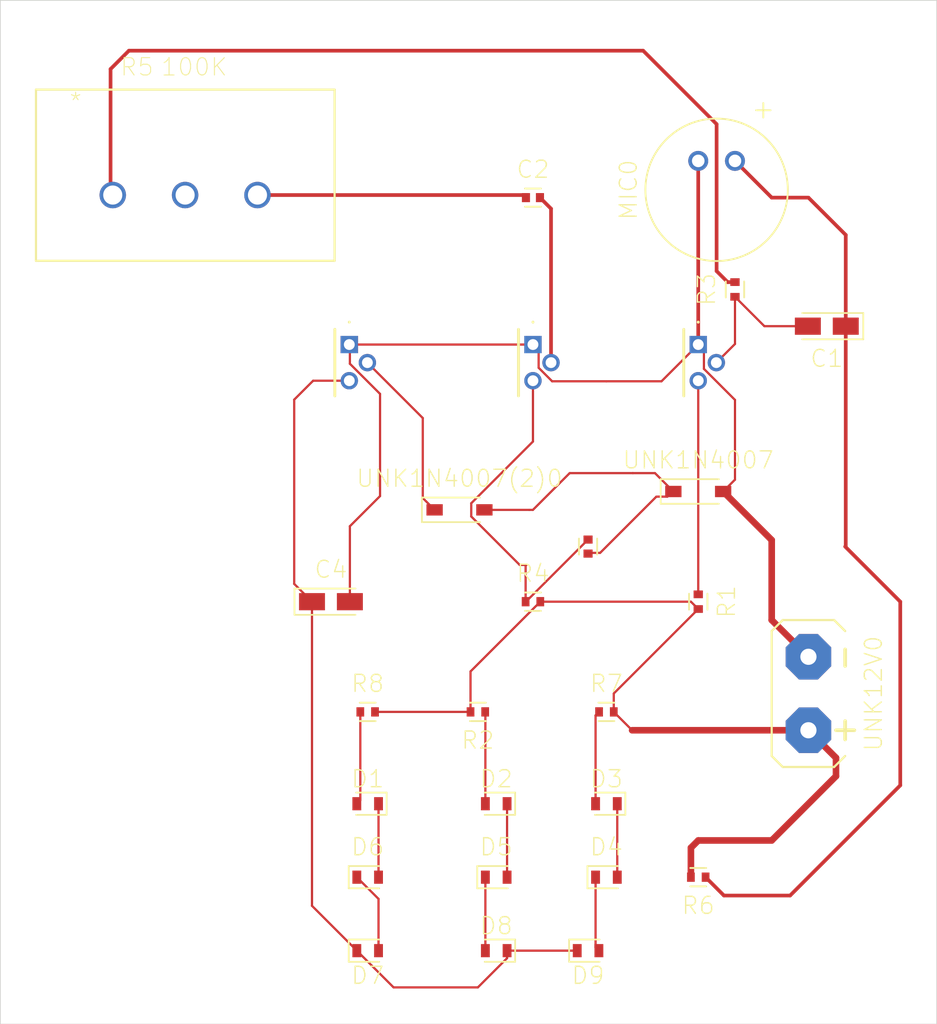
<source format=kicad_pcb>
(kicad_pcb (version 20241229) (generator "pcbnew") (generator_version "9.0")
  (layers (0 "F.Cu" signal) (2 "B.Cu" signal) (13 "F.Paste" user) (15 "B.Paste" user) (5 "F.SilkS" user "F.Silkscreen") (7 "B.SilkS" user "B.Silkscreen") (1 "F.Mask" user) (3 "B.Mask" user) (25 "Edge.Cuts" user))
  (net 0 "")
  (net 1 "N$1")
  (net 2 "N$3")
  (net 3 "N$4")
  (net 4 "N$5")
  (net 5 "N$6")
  (net 6 "N$7")
  (net 7 "N$8")
  (net 8 "N$9")
  (net 9 "N$10")
  (net 10 "N$2")
  (net 11 "N$11")
  (net 12 "N$12")
  (net 13 "N$13")
  (net 14 "N$14")
  (net 15 "N$15")
  (net 16 "N$16")
  (net 17 "N$17")
  (net 18 "N$18")
  (net 19 "N$19")
  (net 20 "N$20")
  (net 21 "N$21")
  (footprint "Sound Activated PCB:LEDC1608X65N_RND-R_22900745" (layer "F.Cu") (at 141.5261 135.3186)
    (property "Reference" "D7" (at 0 2.4051 0) (layer "F.SilkS") (effects (font (size 1.176528 1.176528) (thickness 0.093472)) (justify bottom)))
    (property "Value" "CHIP-ROUND-R_0603" (hide yes))
    (fp_line (start -1.3099 -0.7699) (end -1.3099 0.7699) (stroke (width 0.12)) (layer "F.SilkS"))
    (fp_line (start -1.3099 -0.7699) (end 0.8 -0.7699) (stroke (width 0.12)) (layer "F.SilkS"))
    (fp_line (start -1.3099 0.7699) (end 0.8 0.7699) (stroke (width 0.12)) (layer "F.SilkS"))
    (pad "A" smd rect (at 0.75 0) (size 0.6118 0.9118) (layers "F.Cu" "F.Mask" "F.Paste") (net 16 "N$16"))
    (pad "C" smd rect (at -0.75 0) (size 0.6118 0.9118) (layers "F.Cu" "F.Mask" "F.Paste") (net 19 "N$19"))
  )
  (footprint "Sound Activated PCB:SOD3715X135_16378169" (layer "F.Cu") (at 147.8761 104.8386)
    (property "Reference" "UNK1N4007(2)0" (at 0 -1.485 0) (layer "F.SilkS") (effects (font (size 1.176528 1.176528) (thickness 0.093472)) (justify bottom)))
    (property "Value" "DIODE_1N4148W-7-F_SOD123G" (hide yes))
    (fp_line (start -2.5991 -0.85) (end -2.5991 0.85) (stroke (width 0.12)) (layer "F.SilkS"))
    (fp_line (start -2.5991 0.85) (end 1.425 0.85) (stroke (width 0.12)) (layer "F.SilkS"))
    (fp_line (start 1.425 -0.85) (end -2.5991 -0.85) (stroke (width 0.12)) (layer "F.SilkS"))
    (pad "1" smd rect (at -1.7215 0) (size 1.1272 0.7839) (layers "F.Cu" "F.Mask" "F.Paste") (net 21 "N$21"))
    (pad "2" smd rect (at 1.7215 0) (size 1.1272 0.7839) (layers "F.Cu" "F.Mask" "F.Paste") (net 20 "N$20"))
  )
  (footprint "Sound Activated PCB:CAPMP3216X180N_16290819" (layer "F.Cu") (at 138.9861 111.1886)
    (property "Reference" "C4" (at 0 -1.5434 0) (layer "F.SilkS") (effects (font (size 1.176528 1.176528) (thickness 0.093472)) (justify bottom)))
    (property "Value" "1u")
    (fp_line (start -2.5217 -0.9084) (end -2.5217 0.9084) (stroke (width 0.12)) (layer "F.SilkS"))
    (fp_line (start -2.5217 0.9084) (end 1.7 0.9084) (stroke (width 0.12)) (layer "F.SilkS"))
    (fp_line (start 1.7 -0.9084) (end -2.5217 -0.9084) (stroke (width 0.12)) (layer "F.SilkS"))
    (pad "1" smd rect (at -1.3099 0) (size 1.7955 1.1887) (layers "F.Cu" "F.Mask" "F.Paste") (net 19 "N$19"))
    (pad "2" smd rect (at 1.3099 0) (size 1.7955 1.1887) (layers "F.Cu" "F.Mask" "F.Paste") (net 3 "N$4"))
  )
  (footprint "Sound Activated PCB:RESC1005X40_16378527" (layer "F.Cu") (at 166.9261 89.5986 90)
    (property "Reference" "R3" (at 0 -1.271 90) (layer "F.SilkS") (effects (font (size 1.176528 1.176528) (thickness 0.093472)) (justify bottom)))
    (property "Value" "660K")
    (fp_line (start 0.55 -0.636) (end -0.55 -0.636) (stroke (width 0.127)) (layer "F.SilkS"))
    (fp_line (start 0.55 0.636) (end -0.55 0.636) (stroke (width 0.127)) (layer "F.SilkS"))
    (pad "1" smd rect (at -0.5075 0 90) (size 0.5351 0.644) (layers "F.Cu" "F.Mask" "F.Paste") (net 4 "N$5"))
    (pad "2" smd rect (at 0.5075 0 90) (size 0.5351 0.644) (layers "F.Cu" "F.Mask" "F.Paste") (net 5 "N$6"))
  )
  (footprint "Sound Activated PCB:RESC1005X40_16378527" (layer "F.Cu") (at 152.9561 111.1886)
    (property "Reference" "R4" (at 0 -1.271 0) (layer "F.SilkS") (effects (font (size 1.176528 1.176528) (thickness 0.093472)) (justify bottom)))
    (property "Value" "1.2K")
    (fp_line (start 0.55 -0.636) (end -0.55 -0.636) (stroke (width 0.127)) (layer "F.SilkS"))
    (fp_line (start 0.55 0.636) (end -0.55 0.636) (stroke (width 0.127)) (layer "F.SilkS"))
    (pad "1" smd rect (at -0.5075 0) (size 0.5351 0.644) (layers "F.Cu" "F.Mask" "F.Paste") (net 8 "N$9"))
    (pad "2" smd rect (at 0.5075 0) (size 0.5351 0.644) (layers "F.Cu" "F.Mask" "F.Paste") (net 9 "N$10"))
  )
  (footprint "Sound Activated PCB:CAPMP3216X180N_16290819" (layer "F.Cu") (at 173.2761 92.1386 180)
    (property "Reference" "C1" (at 0 -1.5434 0) (layer "F.SilkS") (effects (font (size 1.176528 1.176528) (thickness 0.093472)) (justify top)))
    (property "Value" "100nF")
    (fp_line (start 1.7 -0.9084) (end -2.5217 -0.9084) (stroke (width 0.12)) (layer "F.SilkS"))
    (fp_line (start -2.5217 0.9084) (end 1.7 0.9084) (stroke (width 0.12)) (layer "F.SilkS"))
    (fp_line (start -2.5217 -0.9084) (end -2.5217 0.9084) (stroke (width 0.12)) (layer "F.SilkS"))
    (pad "1" smd rect (at -1.3099 0 180) (size 1.7955 1.1887) (layers "F.Cu" "F.Mask" "F.Paste") (net 1 "N$1"))
    (pad "2" smd rect (at 1.3099 0 180) (size 1.7955 1.1887) (layers "F.Cu" "F.Mask" "F.Paste") (net 4 "N$5"))
  )
  (footprint "Sound Activated PCB:RESC1005X40_16378527" (layer "F.Cu") (at 149.1461 118.8086 180)
    (property "Reference" "R2" (at 0 -1.271 0) (layer "F.SilkS") (effects (font (size 1.176528 1.176528) (thickness 0.093472)) (justify top)))
    (property "Value" "470")
    (fp_line (start 0.55 0.636) (end -0.55 0.636) (stroke (width 0.127)) (layer "F.SilkS"))
    (fp_line (start 0.55 -0.636) (end -0.55 -0.636) (stroke (width 0.127)) (layer "F.SilkS"))
    (pad "1" smd rect (at -0.5075 0 180) (size 0.5351 0.644) (layers "F.Cu" "F.Mask" "F.Paste") (net 11 "N$11"))
    (pad "2" smd rect (at 0.5075 0 180) (size 0.5351 0.644) (layers "F.Cu" "F.Mask" "F.Paste") (net 9 "N$10"))
  )
  (footprint "Sound Activated PCB:LEDC1608X65N_RND-R_22900745" (layer "F.Cu") (at 141.5261 125.1586 180)
    (property "Reference" "D1" (at 0 2.4051 0) (layer "F.SilkS") (effects (font (size 1.176528 1.176528) (thickness 0.093472)) (justify top)))
    (property "Value" "CHIP-ROUND-R_0603" (hide yes))
    (fp_line (start -1.3099 0.7699) (end 0.8 0.7699) (stroke (width 0.12)) (layer "F.SilkS"))
    (fp_line (start -1.3099 -0.7699) (end 0.8 -0.7699) (stroke (width 0.12)) (layer "F.SilkS"))
    (fp_line (start -1.3099 -0.7699) (end -1.3099 0.7699) (stroke (width 0.12)) (layer "F.SilkS"))
    (pad "A" smd rect (at 0.75 0 180) (size 0.6118 0.9118) (layers "F.Cu" "F.Mask" "F.Paste") (net 10 "N$2"))
    (pad "C" smd rect (at -0.75 0 180) (size 0.6118 0.9118) (layers "F.Cu" "F.Mask" "F.Paste") (net 13 "N$13"))
  )
  (footprint "Sound Activated PCB:CMA-4544PF-W_24934241" (layer "F.Cu") (at 164.3861 80.7086 90)
    (property "Reference" "MIC0" (at -2 -4.83 90) (layer "F.SilkS") (effects (font (size 1.176528 1.176528) (thickness 0.093472))))
    (property "Value" "CMA-4544PF-W" (hide yes))
    (fp_line (start 3.5 4) (end 3.5 5) (stroke (width 0.127)) (layer "F.SilkS"))
    (fp_line (start 3 4.5) (end 4 4.5) (stroke (width 0.127)) (layer "F.SilkS"))
    (fp_circle (center -2 1.27) (end 2.925 1.27) (stroke (width 0.127)) (fill no) (layer "F.SilkS"))
    (pad "1" thru_hole circle (at 0 2.54 90) (size 1.378 1.378) (drill 0.87) (layers "*.Cu" "*.Mask") (net 1 "N$1"))
    (pad "2" thru_hole circle (at 0 0 90) (size 1.378 1.378) (drill 0.87) (layers "*.Cu" "*.Mask") (net 3 "N$4"))
  )
  (footprint "Sound Activated PCB:2N4401T" (layer "F.Cu") (at 140.2561 93.4086 -90)
    (property "Reference" "Q3" (hide yes))
    (property "Value" "2N4401-T")
    (fp_line (start -1.05 1) (end 3.55 1) (stroke (width 0.2)) (layer "F.SilkS"))
    (fp_arc (start -1.6 0) (mid -1.55 -0.05) (end -1.5 0) (stroke (width 0.1)) (layer "F.SilkS"))
    (fp_arc (start -1.5 0) (mid -1.55 0.05) (end -1.6 0) (stroke (width 0.1)) (layer "F.SilkS"))
    (pad "1" thru_hole rect (at 0 0 270) (size 1.2 1.2) (drill 0.75) (layers "*.Cu" "*.Mask") (net 3 "N$4"))
    (pad "2" thru_hole circle (at 1.25 -1.25 270) (size 1.2 1.2) (drill 0.75) (layers "*.Cu" "*.Mask") (net 21 "N$21"))
    (pad "3" thru_hole circle (at 2.5 0 270) (size 1.2 1.2) (drill 0.75) (layers "*.Cu" "*.Mask") (net 19 "N$19"))
  )
  (footprint "Sound Activated PCB:RESC1005X40_16378527" (layer "F.Cu") (at 164.3861 111.1886 -90)
    (property "Reference" "R1" (at 0 -1.271 90) (layer "F.SilkS") (effects (font (size 1.176528 1.176528) (thickness 0.093472)) (justify top)))
    (property "Value" "220K")
    (fp_line (start 0.55 0.636) (end -0.55 0.636) (stroke (width 0.127)) (layer "F.SilkS"))
    (fp_line (start 0.55 -0.636) (end -0.55 -0.636) (stroke (width 0.127)) (layer "F.SilkS"))
    (pad "1" smd rect (at -0.5075 0 270) (size 0.5351 0.644) (layers "F.Cu" "F.Mask" "F.Paste") (net 2 "N$3"))
    (pad "2" smd rect (at 0.5075 0 270) (size 0.5351 0.644) (layers "F.Cu" "F.Mask" "F.Paste") (net 9 "N$10"))
  )
  (footprint "Sound Activated PCB:LEDC1608X65N_RND-R_22900745" (layer "F.Cu") (at 158.0361 125.1586 180)
    (property "Reference" "D3" (at 0 2.4051 0) (layer "F.SilkS") (effects (font (size 1.176528 1.176528) (thickness 0.093472)) (justify top)))
    (property "Value" "CHIP-ROUND-R_0603" (hide yes))
    (fp_line (start -1.3099 0.7699) (end 0.8 0.7699) (stroke (width 0.12)) (layer "F.SilkS"))
    (fp_line (start -1.3099 -0.7699) (end 0.8 -0.7699) (stroke (width 0.12)) (layer "F.SilkS"))
    (fp_line (start -1.3099 -0.7699) (end -1.3099 0.7699) (stroke (width 0.12)) (layer "F.SilkS"))
    (pad "A" smd rect (at 0.75 0 180) (size 0.6118 0.9118) (layers "F.Cu" "F.Mask" "F.Paste") (net 12 "N$12"))
    (pad "C" smd rect (at -0.75 0 180) (size 0.6118 0.9118) (layers "F.Cu" "F.Mask" "F.Paste") (net 15 "N$15"))
  )
  (footprint "Sound Activated PCB:RESC1005X40_16378527" (layer "F.Cu") (at 164.3861 130.2386 180)
    (property "Reference" "R6" (at 0 -1.271 0) (layer "F.SilkS") (effects (font (size 1.176528 1.176528) (thickness 0.093472)) (justify top)))
    (property "Value" "10K")
    (fp_line (start 0.55 0.636) (end -0.55 0.636) (stroke (width 0.127)) (layer "F.SilkS"))
    (fp_line (start 0.55 -0.636) (end -0.55 -0.636) (stroke (width 0.127)) (layer "F.SilkS"))
    (pad "1" smd rect (at -0.5075 0 180) (size 0.5351 0.644) (layers "F.Cu" "F.Mask" "F.Paste") (net 1 "N$1"))
    (pad "2" smd rect (at 0.5075 0 180) (size 0.5351 0.644) (layers "F.Cu" "F.Mask" "F.Paste") (net 9 "N$10"))
  )
  (footprint "Sound Activated PCB:2N4401T" (layer "F.Cu") (at 164.3861 93.4086 -90)
    (property "Reference" "Q1" (hide yes))
    (property "Value" "2N4401-T")
    (fp_line (start -1.05 1) (end 3.55 1) (stroke (width 0.2)) (layer "F.SilkS"))
    (fp_arc (start -1.6 0) (mid -1.55 -0.05) (end -1.5 0) (stroke (width 0.1)) (layer "F.SilkS"))
    (fp_arc (start -1.5 0) (mid -1.55 0.05) (end -1.6 0) (stroke (width 0.1)) (layer "F.SilkS"))
    (pad "1" thru_hole rect (at 0 0 270) (size 1.2 1.2) (drill 0.75) (layers "*.Cu" "*.Mask") (net 3 "N$4"))
    (pad "2" thru_hole circle (at 1.25 -1.25 270) (size 1.2 1.2) (drill 0.75) (layers "*.Cu" "*.Mask") (net 4 "N$5"))
    (pad "3" thru_hole circle (at 2.5 0 270) (size 1.2 1.2) (drill 0.75) (layers "*.Cu" "*.Mask") (net 2 "N$3"))
  )
  (footprint "Sound Activated PCB:LEDC1608X65N_RND-R_22900745" (layer "F.Cu") (at 150.4161 125.1586 180)
    (property "Reference" "D2" (at 0 2.4051 0) (layer "F.SilkS") (effects (font (size 1.176528 1.176528) (thickness 0.093472)) (justify top)))
    (property "Value" "CHIP-ROUND-R_0603" (hide yes))
    (fp_line (start -1.3099 0.7699) (end 0.8 0.7699) (stroke (width 0.12)) (layer "F.SilkS"))
    (fp_line (start -1.3099 -0.7699) (end 0.8 -0.7699) (stroke (width 0.12)) (layer "F.SilkS"))
    (fp_line (start -1.3099 -0.7699) (end -1.3099 0.7699) (stroke (width 0.12)) (layer "F.SilkS"))
    (pad "A" smd rect (at 0.75 0 180) (size 0.6118 0.9118) (layers "F.Cu" "F.Mask" "F.Paste") (net 11 "N$11"))
    (pad "C" smd rect (at -0.75 0 180) (size 0.6118 0.9118) (layers "F.Cu" "F.Mask" "F.Paste") (net 14 "N$14"))
  )
  (footprint "Sound Activated PCB:CAPC1005X60_16290819" (layer "F.Cu") (at 152.9561 83.2486)
    (property "Reference" "C2" (at 0 -1.2636 0) (layer "F.SilkS") (effects (font (size 1.176528 1.176528) (thickness 0.093472)) (justify bottom)))
    (property "Value" "100nF")
    (fp_line (start 0.55 -0.6286) (end -0.55 -0.6286) (stroke (width 0.127)) (layer "F.SilkS"))
    (fp_line (start 0.55 0.6286) (end -0.55 0.6286) (stroke (width 0.127)) (layer "F.SilkS"))
    (pad "1" smd rect (at -0.4846 0) (size 0.56 0.6291) (layers "F.Cu" "F.Mask" "F.Paste") (net 6 "N$7"))
    (pad "2" smd rect (at 0.4846 0) (size 0.56 0.6291) (layers "F.Cu" "F.Mask" "F.Paste") (net 7 "N$8"))
  )
  (footprint "Sound Activated PCB:RESC1005X40_16378527" (layer "F.Cu") (at 141.5261 118.8086)
    (property "Reference" "R8" (at 0 -1.271 0) (layer "F.SilkS") (effects (font (size 1.176528 1.176528) (thickness 0.093472)) (justify bottom)))
    (property "Value" "470")
    (fp_line (start 0.55 -0.636) (end -0.55 -0.636) (stroke (width 0.127)) (layer "F.SilkS"))
    (fp_line (start 0.55 0.636) (end -0.55 0.636) (stroke (width 0.127)) (layer "F.SilkS"))
    (pad "1" smd rect (at -0.5075 0) (size 0.5351 0.644) (layers "F.Cu" "F.Mask" "F.Paste") (net 10 "N$2"))
    (pad "2" smd rect (at 0.5075 0) (size 0.5351 0.644) (layers "F.Cu" "F.Mask" "F.Paste") (net 9 "N$10"))
  )
  (footprint "Sound Activated PCB:LEDC1608X65N_RND-R_22900745" (layer "F.Cu") (at 156.7661 135.3186)
    (property "Reference" "D9" (at 0 2.4051 0) (layer "F.SilkS") (effects (font (size 1.176528 1.176528) (thickness 0.093472)) (justify bottom)))
    (property "Value" "CHIP-ROUND-R_0603" (hide yes))
    (fp_line (start -1.3099 -0.7699) (end -1.3099 0.7699) (stroke (width 0.12)) (layer "F.SilkS"))
    (fp_line (start -1.3099 -0.7699) (end 0.8 -0.7699) (stroke (width 0.12)) (layer "F.SilkS"))
    (fp_line (start -1.3099 0.7699) (end 0.8 0.7699) (stroke (width 0.12)) (layer "F.SilkS"))
    (pad "A" smd rect (at 0.75 0) (size 0.6118 0.9118) (layers "F.Cu" "F.Mask" "F.Paste") (net 18 "N$18"))
    (pad "C" smd rect (at -0.75 0) (size 0.6118 0.9118) (layers "F.Cu" "F.Mask" "F.Paste") (net 19 "N$19"))
  )
  (footprint "Sound Activated PCB:RESC1005X40_16378527" (layer "F.Cu") (at 158.0361 118.8086)
    (property "Reference" "R7" (at 0 -1.271 0) (layer "F.SilkS") (effects (font (size 1.176528 1.176528) (thickness 0.093472)) (justify bottom)))
    (property "Value" "470")
    (fp_line (start 0.55 -0.636) (end -0.55 -0.636) (stroke (width 0.127)) (layer "F.SilkS"))
    (fp_line (start 0.55 0.636) (end -0.55 0.636) (stroke (width 0.127)) (layer "F.SilkS"))
    (pad "1" smd rect (at -0.5075 0) (size 0.5351 0.644) (layers "F.Cu" "F.Mask" "F.Paste") (net 12 "N$12"))
    (pad "2" smd rect (at 0.5075 0) (size 0.5351 0.644) (layers "F.Cu" "F.Mask" "F.Paste") (net 9 "N$10"))
  )
  (footprint "Sound Activated PCB:SOD3715X135_16378169" (layer "F.Cu") (at 164.3861 103.5686)
    (property "Reference" "UNK1N4007" (at 0 -1.485 0) (layer "F.SilkS") (effects (font (size 1.176528 1.176528) (thickness 0.093472)) (justify bottom)))
    (property "Value" "DIODE_1N4148W-7-F_SOD123G" (hide yes))
    (fp_line (start -2.5991 -0.85) (end -2.5991 0.85) (stroke (width 0.12)) (layer "F.SilkS"))
    (fp_line (start -2.5991 0.85) (end 1.425 0.85) (stroke (width 0.12)) (layer "F.SilkS"))
    (fp_line (start 1.425 -0.85) (end -2.5991 -0.85) (stroke (width 0.12)) (layer "F.SilkS"))
    (pad "1" smd rect (at -1.7215 0) (size 1.1272 0.7839) (layers "F.Cu" "F.Mask" "F.Paste") (net 20 "N$20"))
    (pad "2" smd rect (at 1.7215 0) (size 1.1272 0.7839) (layers "F.Cu" "F.Mask" "F.Paste") (net 3 "N$4"))
  )
  (footprint "Sound Activated PCB:CAPC1005X60_16290819" (layer "F.Cu") (at 156.7661 107.3786 -90)
    (property "Reference" "C3" (hide yes))
    (property "Value" "0.1u")
    (fp_line (start 0.55 0.6286) (end -0.55 0.6286) (stroke (width 0.127)) (layer "F.SilkS"))
    (fp_line (start 0.55 -0.6286) (end -0.55 -0.6286) (stroke (width 0.127)) (layer "F.SilkS"))
    (pad "1" smd rect (at -0.4846 0 270) (size 0.56 0.6291) (layers "F.Cu" "F.Mask" "F.Paste") (net 8 "N$9"))
    (pad "2" smd rect (at 0.4846 0 270) (size 0.56 0.6291) (layers "F.Cu" "F.Mask" "F.Paste") (net 20 "N$20"))
  )
  (footprint "Sound Activated PCB:2N4401T" (layer "F.Cu") (at 152.9561 93.4086 -90)
    (property "Reference" "Q2" (hide yes))
    (property "Value" "2N4401-T")
    (fp_line (start -1.05 1) (end 3.55 1) (stroke (width 0.2)) (layer "F.SilkS"))
    (fp_arc (start -1.6 0) (mid -1.55 -0.05) (end -1.5 0) (stroke (width 0.1)) (layer "F.SilkS"))
    (fp_arc (start -1.5 0) (mid -1.55 0.05) (end -1.6 0) (stroke (width 0.1)) (layer "F.SilkS"))
    (pad "1" thru_hole rect (at 0 0 270) (size 1.2 1.2) (drill 0.75) (layers "*.Cu" "*.Mask") (net 3 "N$4"))
    (pad "2" thru_hole circle (at 1.25 -1.25 270) (size 1.2 1.2) (drill 0.75) (layers "*.Cu" "*.Mask") (net 7 "N$8"))
    (pad "3" thru_hole circle (at 2.5 0 270) (size 1.2 1.2) (drill 0.75) (layers "*.Cu" "*.Mask") (net 8 "N$9"))
  )
  (footprint "Sound Activated PCB:BATTERY-GENERIC_30890021" (layer "F.Cu") (at 172.0061 117.5386 -90)
    (property "Reference" "UNK12V0" (at 0 -3.81 90) (layer "F.SilkS") (effects (font (size 1.176528 1.176528) (thickness 0.093472)) (justify top)))
    (property "Value" "BATTERYGENERIC" (hide yes))
    (fp_line (start -4.318 2.54) (end 4.318 2.54) (stroke (width 0.1524)) (layer "F.SilkS"))
    (fp_line (start 4.318 2.54) (end 5.08 1.778) (stroke (width 0.1524)) (layer "F.SilkS"))
    (fp_line (start -5.08 1.778) (end -4.318 2.54) (stroke (width 0.1524)) (layer "F.SilkS"))
    (fp_line (start 5.08 1.778) (end 5.08 -1.778) (stroke (width 0.1524)) (layer "F.SilkS"))
    (fp_line (start -5.08 -1.778) (end -5.08 1.778) (stroke (width 0.1524)) (layer "F.SilkS"))
    (fp_line (start 5.08 -1.778) (end 4.318 -2.54) (stroke (width 0.1524)) (layer "F.SilkS"))
    (fp_line (start 2.54 -1.905) (end 2.54 -3.175) (stroke (width 0.254)) (layer "F.SilkS"))
    (fp_line (start -4.318 -2.54) (end -5.08 -1.778) (stroke (width 0.1524)) (layer "F.SilkS"))
    (fp_line (start -3.048 -2.54) (end -1.905 -2.54) (stroke (width 0.254)) (layer "F.SilkS"))
    (fp_line (start 1.905 -2.54) (end 3.175 -2.54) (stroke (width 0.254)) (layer "F.SilkS"))
    (pad "+" thru_hole roundrect (at 2.54 0 270) (size 3.1496 3.1496) (drill 1.1176) (layers "*.Cu" "*.Mask") (chamfer_ratio 0.2928932188) (chamfer top_left top_right bottom_left bottom_right) (net 9 "N$10"))
    (pad "-" thru_hole roundrect (at -2.54 0 270) (size 3.1496 3.1496) (drill 1.1176) (layers "*.Cu" "*.Mask") (chamfer_ratio 0.2928932188) (chamfer top_left top_right bottom_left bottom_right) (net 3 "N$4"))
  )
  (footprint "Sound Activated PCB:LEDC1608X65N_RND-R_22900745" (layer "F.Cu") (at 150.4161 135.3186 180)
    (property "Reference" "D8" (at 0 2.4051 0) (layer "F.SilkS") (effects (font (size 1.176528 1.176528) (thickness 0.093472)) (justify top)))
    (property "Value" "CHIP-ROUND-R_0603" (hide yes))
    (fp_line (start -1.3099 0.7699) (end 0.8 0.7699) (stroke (width 0.12)) (layer "F.SilkS"))
    (fp_line (start -1.3099 -0.7699) (end 0.8 -0.7699) (stroke (width 0.12)) (layer "F.SilkS"))
    (fp_line (start -1.3099 -0.7699) (end -1.3099 0.7699) (stroke (width 0.12)) (layer "F.SilkS"))
    (pad "A" smd rect (at 0.75 0 180) (size 0.6118 0.9118) (layers "F.Cu" "F.Mask" "F.Paste") (net 17 "N$17"))
    (pad "C" smd rect (at -0.75 0 180) (size 0.6118 0.9118) (layers "F.Cu" "F.Mask" "F.Paste") (net 19 "N$19"))
  )
  (footprint "Sound Activated PCB:LEDC1608X65N_RND-R_22900745" (layer "F.Cu") (at 141.5261 130.2386)
    (property "Reference" "D6" (at 0 -1.4049 0) (layer "F.SilkS") (effects (font (size 1.176528 1.176528) (thickness 0.093472)) (justify bottom)))
    (property "Value" "CHIP-ROUND-R_0603" (hide yes))
    (fp_line (start -1.3099 -0.7699) (end -1.3099 0.7699) (stroke (width 0.12)) (layer "F.SilkS"))
    (fp_line (start -1.3099 -0.7699) (end 0.8 -0.7699) (stroke (width 0.12)) (layer "F.SilkS"))
    (fp_line (start -1.3099 0.7699) (end 0.8 0.7699) (stroke (width 0.12)) (layer "F.SilkS"))
    (pad "A" smd rect (at 0.75 0) (size 0.6118 0.9118) (layers "F.Cu" "F.Mask" "F.Paste") (net 13 "N$13"))
    (pad "C" smd rect (at -0.75 0) (size 0.6118 0.9118) (layers "F.Cu" "F.Mask" "F.Paste") (net 16 "N$16"))
  )
  (footprint "Sound Activated PCB:LEDC1608X65N_RND-R_22900745" (layer "F.Cu") (at 158.0361 130.2386)
    (property "Reference" "D4" (at 0 -1.4049 0) (layer "F.SilkS") (effects (font (size 1.176528 1.176528) (thickness 0.093472)) (justify bottom)))
    (property "Value" "CHIP-ROUND-R_0603" (hide yes))
    (fp_line (start -1.3099 -0.7699) (end -1.3099 0.7699) (stroke (width 0.12)) (layer "F.SilkS"))
    (fp_line (start -1.3099 -0.7699) (end 0.8 -0.7699) (stroke (width 0.12)) (layer "F.SilkS"))
    (fp_line (start -1.3099 0.7699) (end 0.8 0.7699) (stroke (width 0.12)) (layer "F.SilkS"))
    (pad "A" smd rect (at 0.75 0) (size 0.6118 0.9118) (layers "F.Cu" "F.Mask" "F.Paste") (net 15 "N$15"))
    (pad "C" smd rect (at -0.75 0) (size 0.6118 0.9118) (layers "F.Cu" "F.Mask" "F.Paste") (net 18 "N$18"))
  )
  (footprint "Sound Activated PCB:LEDC1608X65N_RND-R_22900745" (layer "F.Cu") (at 150.4161 130.2386)
    (property "Reference" "D5" (at 0 -1.4049 0) (layer "F.SilkS") (effects (font (size 1.176528 1.176528) (thickness 0.093472)) (justify bottom)))
    (property "Value" "CHIP-ROUND-R_0603" (hide yes))
    (fp_line (start -1.3099 -0.7699) (end -1.3099 0.7699) (stroke (width 0.12)) (layer "F.SilkS"))
    (fp_line (start -1.3099 -0.7699) (end 0.8 -0.7699) (stroke (width 0.12)) (layer "F.SilkS"))
    (fp_line (start -1.3099 0.7699) (end 0.8 0.7699) (stroke (width 0.12)) (layer "F.SilkS"))
    (pad "A" smd rect (at 0.75 0) (size 0.6118 0.9118) (layers "F.Cu" "F.Mask" "F.Paste") (net 14 "N$14"))
    (pad "C" smd rect (at -0.75 0) (size 0.6118 0.9118) (layers "F.Cu" "F.Mask" "F.Paste") (net 17 "N$17"))
  )
  (footprint "Sound Activated PCB:POT_1623757-2_14809352" (layer "F.Cu") (at 133.9061 70.5486)
    (property "Reference" "R5" (at -9.5504 4.3688 0) (layer "F.SilkS") (effects (font (size 1.198372 1.198372) (thickness 0.071628)) (justify left bottom)))
    (property "Value" "100K" (at -6.731 4.3688 0) (layer "F.SilkS") (effects (font (size 1.198372 1.198372) (thickness 0.071628)) (justify left bottom)))
    (fp_line (start -15.3162 5.2324) (end -15.3162 17.0688) (stroke (width 0.1524)) (layer "F.SilkS"))
    (fp_line (start -15.3162 17.0688) (end 5.334 17.0688) (stroke (width 0.1524)) (layer "F.SilkS"))
    (fp_line (start 5.334 5.2324) (end -15.3162 5.2324) (stroke (width 0.1524)) (layer "F.SilkS"))
    (fp_line (start 5.334 17.0688) (end 5.334 5.2324) (stroke (width 0.1524)) (layer "F.SilkS"))
    (fp_text user "*" (at -13.081 6.7564 0) (layer "F.SilkS") (effects (font (size 1.1938 1.1938) (thickness 0.0762)) (justify left bottom)))
    (pad "1" thru_hole circle (at -10.0076 12.5222) (size 1.8288 1.8288) (drill 1.3208) (layers "*.Cu" "*.Mask") (net 5 "N$6"))
    (pad "2" thru_hole circle (at -5.0038 12.5222) (size 1.8288 1.8288) (drill 1.3208) (layers "*.Cu" "*.Mask"))
    (pad "3" thru_hole circle (at 0 12.5222) (size 1.8288 1.8288) (drill 1.3208) (layers "*.Cu" "*.Mask") (net 6 "N$7"))
  )
  (gr_line (start 116.1261 140.3986) (end 180.8761 140.3986) (stroke (width 0.05)) (layer "Edge.Cuts"))
  (gr_line (start 180.8761 140.3986) (end 180.8761 69.6086) (stroke (width 0.05)) (layer "Edge.Cuts"))
  (gr_line (start 180.8761 69.6086) (end 116.1261 69.6086) (stroke (width 0.05)) (layer "Edge.Cuts"))
  (gr_line (start 116.1261 69.6086) (end 116.1261 140.3986) (stroke (width 0.05)) (layer "Edge.Cuts"))
  (segment (start 178.3561 123.8886) (end 170.7361 131.5086) (width 0.254) (layer "F.Cu") (net 1))
  (segment (start 178.3561 111.1886) (end 178.3561 123.8886) (width 0.254) (layer "F.Cu") (net 1))
  (segment (start 174.586 85.8285) (end 174.586 92.1386) (width 0.254) (layer "F.Cu") (net 1))
  (segment (start 166.1636 131.5086) (end 164.8936 130.2386) (width 0.254) (layer "F.Cu") (net 1))
  (segment (start 174.586 92.1386) (end 174.586 107.3387) (width 0.254) (layer "F.Cu") (net 1))
  (segment (start 172.0061 83.2486) (end 174.586 85.8285) (width 0.254) (layer "F.Cu") (net 1))
  (segment (start 170.7361 131.5086) (end 166.1636 131.5086) (width 0.254) (layer "F.Cu") (net 1))
  (segment (start 166.9261 80.7086) (end 169.4661 83.2486) (width 0.254) (layer "F.Cu") (net 1))
  (segment (start 174.5461 107.3786) (end 178.3561 111.1886) (width 0.254) (layer "F.Cu") (net 1))
  (segment (start 174.586 107.3387) (end 174.5461 107.3786) (width 0.1524) (layer "F.Cu") (net 1))
  (segment (start 169.4661 83.2486) (end 172.0061 83.2486) (width 0.254) (layer "F.Cu") (net 1))
  (segment (start 164.3861 95.9086) (end 164.3861 110.6811) (width 0.1524) (layer "F.Cu") (net 2))
  (segment (start 152.9561 93.4086) (end 153.3485 93.801) (width 0.1524) (layer "F.Cu") (net 3))
  (segment (start 140.2561 93.4086) (end 140.296 93.4485) (width 0.1524) (layer "F.Cu") (net 3))
  (segment (start 140.296 94.735669) (end 142.3837 96.823369) (width 0.1524) (layer "F.Cu") (net 3))
  (segment (start 164.3861 80.7086) (end 164.3861 93.4086) (width 0.254) (layer "F.Cu") (net 3))
  (segment (start 169.4661 106.9271) (end 169.4661 112.4586) (width 0.4572) (layer "F.Cu") (net 3))
  (segment (start 153.3485 93.801) (end 153.3485 95.013832) (width 0.1524) (layer "F.Cu") (net 3))
  (segment (start 140.296 105.971532) (end 140.296 111.1886) (width 0.1524) (layer "F.Cu") (net 3))
  (segment (start 140.296 93.4485) (end 140.296 94.735669) (width 0.1524) (layer "F.Cu") (net 3))
  (segment (start 142.3837 103.883832) (end 140.296 105.971532) (width 0.1524) (layer "F.Cu") (net 3))
  (segment (start 164.7785 93.801) (end 164.7785 95.088169) (width 0.1524) (layer "F.Cu") (net 3))
  (segment (start 166.9261 102.7501) (end 166.1076 103.5686) (width 0.1524) (layer "F.Cu") (net 3))
  (segment (start 161.8461 95.9486) (end 164.3861 93.4086) (width 0.1524) (layer "F.Cu") (net 3))
  (segment (start 142.3837 96.823369) (end 142.3837 103.883832) (width 0.1524) (layer "F.Cu") (net 3))
  (segment (start 153.3485 95.013832) (end 154.283268 95.9486) (width 0.1524) (layer "F.Cu") (net 3))
  (segment (start 140.2561 93.4086) (end 152.9561 93.4086) (width 0.1524) (layer "F.Cu") (net 3))
  (segment (start 164.7785 95.088169) (end 166.9261 97.235769) (width 0.1524) (layer "F.Cu") (net 3))
  (segment (start 166.9261 97.235769) (end 166.9261 102.7501) (width 0.1524) (layer "F.Cu") (net 3))
  (segment (start 169.4661 112.4586) (end 172.0061 114.9986) (width 0.4572) (layer "F.Cu") (net 3))
  (segment (start 164.3861 93.4086) (end 164.7785 93.801) (width 0.1524) (layer "F.Cu") (net 3))
  (segment (start 158.0361 95.9486) (end 161.8461 95.9486) (width 0.1524) (layer "F.Cu") (net 3))
  (segment (start 154.283268 95.9486) (end 158.0361 95.9486) (width 0.1524) (layer "F.Cu") (net 3))
  (segment (start 166.1076 103.5686) (end 169.4661 106.9271) (width 0.4572) (layer "F.Cu") (net 3))
  (segment (start 168.9586 92.1386) (end 171.9662 92.1386) (width 0.1524) (layer "F.Cu") (net 4))
  (segment (start 165.6361 94.6586) (end 166.9261 93.3686) (width 0.1524) (layer "F.Cu") (net 4))
  (segment (start 166.9261 93.3686) (end 166.9261 90.1061) (width 0.1524) (layer "F.Cu") (net 4))
  (segment (start 166.9261 90.1061) (end 168.9586 92.1386) (width 0.1524) (layer "F.Cu") (net 4))
  (segment (start 160.5761 73.0886) (end 165.6561 78.1686) (width 0.254) (layer "F.Cu") (net 5))
  (segment (start 125.0161 73.0886) (end 160.5761 73.0886) (width 0.254) (layer "F.Cu") (net 5))
  (segment (start 123.8985 83.0708) (end 123.7461 82.9184) (width 0.1524) (layer "F.Cu") (net 5))
  (segment (start 165.6561 78.1686) (end 165.6561 88.3286) (width 0.254) (layer "F.Cu") (net 5))
  (segment (start 123.7461 74.3586) (end 125.0161 73.0886) (width 0.254) (layer "F.Cu") (net 5))
  (segment (start 166.4186 89.0911) (end 166.9261 89.0911) (width 0.254) (layer "F.Cu") (net 5))
  (segment (start 165.6561 88.3286) (end 166.4186 89.0911) (width 0.254) (layer "F.Cu") (net 5))
  (segment (start 123.7461 82.9184) (end 123.7461 74.3586) (width 0.254) (layer "F.Cu") (net 5))
  (segment (start 133.9061 83.0708) (end 152.2937 83.0708) (width 0.254) (layer "F.Cu") (net 6))
  (segment (start 152.2937 83.0708) (end 152.4715 83.2486) (width 0.1524) (layer "F.Cu") (net 6))
  (segment (start 154.2061 84.014) (end 154.2061 94.6586) (width 0.254) (layer "F.Cu") (net 7))
  (segment (start 154.2061 84.014) (end 153.4407 83.2486) (width 0.254) (layer "F.Cu") (net 7))
  (segment (start 152.0417 108.6486) (end 148.6889 105.2958) (width 0.1524) (layer "F.Cu") (net 8))
  (segment (start 152.4715 111.1886) (end 152.4486 111.1886) (width 0.1524) (layer "F.Cu") (net 8))
  (segment (start 152.4989 108.6486) (end 152.0417 108.6486) (width 0.1524) (layer "F.Cu") (net 8))
  (segment (start 156.7661 106.894) (end 152.4715 111.1886) (width 0.1524) (layer "F.Cu") (net 8))
  (segment (start 152.4486 111.1886) (end 152.4486 108.6715) (width 0.1524) (layer "F.Cu") (net 8))
  (segment (start 152.9561 100.1142) (end 152.9561 95.9994) (width 0.1524) (layer "F.Cu") (net 8))
  (segment (start 148.6889 105.2958) (end 148.6889 104.3814) (width 0.1524) (layer "F.Cu") (net 8))
  (segment (start 152.4989 108.6486) (end 152.4486 108.6715) (width 0.1524) (layer "F.Cu") (net 8))
  (segment (start 148.6889 104.3814) (end 152.9561 100.1142) (width 0.1524) (layer "F.Cu") (net 8))
  (segment (start 152.9561 95.9994) (end 152.9561 95.9086) (width 0.1524) (layer "F.Cu") (net 8))
  (segment (start 163.8786 111.1886) (end 164.3861 111.6961) (width 0.1524) (layer "F.Cu") (net 9))
  (segment (start 163.8786 128.2061) (end 164.3861 127.6986) (width 0.4572) (layer "F.Cu") (net 9))
  (segment (start 148.6386 118.8086) (end 142.0336 118.8086) (width 0.1524) (layer "F.Cu") (net 9))
  (segment (start 172.0061 120.0786) (end 173.9111 121.9836) (width 0.4572) (layer "F.Cu") (net 9))
  (segment (start 164.3861 127.6986) (end 169.4661 127.6986) (width 0.4572) (layer "F.Cu") (net 9))
  (segment (start 158.5436 118.8086) (end 159.8136 120.0786) (width 0.1524) (layer "F.Cu") (net 9))
  (segment (start 172.0061 120.0786) (end 159.8136 120.0786) (width 0.4572) (layer "F.Cu") (net 9))
  (segment (start 164.3861 111.6961) (end 158.5436 117.5386) (width 0.1524) (layer "F.Cu") (net 9))
  (segment (start 163.8786 111.1886) (end 153.4636 111.1886) (width 0.1524) (layer "F.Cu") (net 9))
  (segment (start 163.8786 130.2386) (end 163.8786 128.2061) (width 0.4572) (layer "F.Cu") (net 9))
  (segment (start 148.6386 116.0136) (end 148.6386 118.8086) (width 0.1524) (layer "F.Cu") (net 9))
  (segment (start 158.5436 117.5386) (end 158.5436 118.8086) (width 0.1524) (layer "F.Cu") (net 9))
  (segment (start 173.9111 121.9836) (end 173.9111 123.2536) (width 0.4572) (layer "F.Cu") (net 9))
  (segment (start 173.9111 123.2536) (end 169.4661 127.6986) (width 0.4572) (layer "F.Cu") (net 9))
  (segment (start 153.4636 111.1886) (end 148.6386 116.0136) (width 0.1524) (layer "F.Cu") (net 9))
  (segment (start 141.0186 118.8086) (end 141.0186 124.9161) (width 0.1524) (layer "F.Cu") (net 10))
  (segment (start 141.0186 124.9161) (end 140.7761 125.1586) (width 0.1524) (layer "F.Cu") (net 10))
  (segment (start 149.6536 118.8086) (end 149.6661 118.8211) (width 0.1524) (layer "F.Cu") (net 11))
  (segment (start 149.6661 118.8211) (end 149.6661 125.1586) (width 0.1524) (layer "F.Cu") (net 11))
  (segment (start 157.2861 119.0511) (end 157.2861 125.1586) (width 0.1524) (layer "F.Cu") (net 12))
  (segment (start 157.5286 118.8086) (end 157.2861 119.0511) (width 0.1524) (layer "F.Cu") (net 12))
  (segment (start 142.2761 125.1586) (end 142.2761 130.2386) (width 0.1524) (layer "F.Cu") (net 13))
  (segment (start 151.1661 125.1586) (end 151.1661 130.2386) (width 0.1524) (layer "F.Cu") (net 14))
  (segment (start 158.7861 125.1586) (end 158.7861 130.2386) (width 0.1524) (layer "F.Cu") (net 15))
  (segment (start 140.7761 130.2386) (end 142.2761 131.7386) (width 0.1524) (layer "F.Cu") (net 16))
  (segment (start 142.2761 131.7386) (end 142.2761 135.3186) (width 0.1524) (layer "F.Cu") (net 16))
  (segment (start 149.6661 130.2386) (end 149.6661 135.3186) (width 0.1524) (layer "F.Cu") (net 17))
  (segment (start 157.2861 135.0886) (end 157.5161 135.3186) (width 0.1524) (layer "F.Cu") (net 18))
  (segment (start 157.2861 130.2386) (end 157.2861 135.0886) (width 0.1524) (layer "F.Cu") (net 18))
  (segment (start 137.7561 95.9086) (end 140.2561 95.9086) (width 0.1524) (layer "F.Cu") (net 19))
  (segment (start 136.4461 97.2186) (end 136.4461 109.9585) (width 0.1524) (layer "F.Cu") (net 19))
  (segment (start 149.1461 137.8586) (end 143.3161 137.8586) (width 0.1524) (layer "F.Cu") (net 19))
  (segment (start 151.1661 135.8386) (end 149.1461 137.8586) (width 0.1524) (layer "F.Cu") (net 19))
  (segment (start 140.7761 135.3186) (end 137.6762 132.2187) (width 0.1524) (layer "F.Cu") (net 19))
  (segment (start 137.6762 132.2187) (end 137.6762 111.1886) (width 0.1524) (layer "F.Cu") (net 19))
  (segment (start 140.7761 135.3186) (end 143.3161 137.8586) (width 0.1524) (layer "F.Cu") (net 19))
  (segment (start 151.1661 135.3186) (end 156.0161 135.3186) (width 0.1524) (layer "F.Cu") (net 19))
  (segment (start 136.4461 109.9585) (end 137.6762 111.1886) (width 0.1524) (layer "F.Cu") (net 19))
  (segment (start 151.1661 135.3186) (end 151.1661 135.8386) (width 0.1524) (layer "F.Cu") (net 19))
  (segment (start 137.7561 95.9086) (end 136.4461 97.2186) (width 0.1524) (layer "F.Cu") (net 19))
  (segment (start 152.7021 104.8386) (end 152.9561 104.8386) (width 0.1524) (layer "F.Cu") (net 20))
  (segment (start 159.8649 102.2986) (end 161.3946 102.2986) (width 0.1524) (layer "F.Cu") (net 20))
  (segment (start 161.4905 103.9242) (end 157.602862 107.811838) (width 0.1524) (layer "F.Cu") (net 20))
  (segment (start 149.6033 104.8386) (end 149.5976 104.8386) (width 0.1524) (layer "F.Cu") (net 20))
  (segment (start 149.6033 104.8386) (end 152.7021 104.8386) (width 0.1524) (layer "F.Cu") (net 20))
  (segment (start 156.7661 107.811838) (end 156.7661 107.8632) (width 0.1524) (layer "F.Cu") (net 20))
  (segment (start 162.5573 103.6194) (end 162.2525 103.9242) (width 0.1524) (layer "F.Cu") (net 20))
  (segment (start 162.2525 103.9242) (end 161.4905 103.9242) (width 0.1524) (layer "F.Cu") (net 20))
  (segment (start 155.4961 102.2986) (end 159.8649 102.2986) (width 0.1524) (layer "F.Cu") (net 20))
  (segment (start 157.602862 107.811838) (end 156.7661 107.811838) (width 0.1524) (layer "F.Cu") (net 20))
  (segment (start 162.6646 103.5686) (end 162.5573 103.6194) (width 0.1524) (layer "F.Cu") (net 20))
  (segment (start 152.9561 104.8386) (end 155.4961 102.2986) (width 0.1524) (layer "F.Cu") (net 20))
  (segment (start 161.3946 102.2986) (end 162.6646 103.5686) (width 0.1524) (layer "F.Cu") (net 20))
  (segment (start 145.3361 104.0201) (end 146.1546 104.8386) (width 0.1524) (layer "F.Cu") (net 21))
  (segment (start 141.5261 94.6786) (end 145.3361 98.4886) (width 0.1524) (layer "F.Cu") (net 21))
  (segment (start 141.5061 94.6586) (end 141.5261 94.6786) (width 0.1524) (layer "F.Cu") (net 21))
  (segment (start 145.3361 98.4886) (end 145.3361 104.0201) (width 0.1524) (layer "F.Cu") (net 21))
)
</source>
